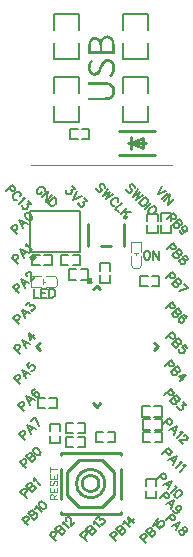
<source format=gto>
G04 Layer: TopSilkLayer*
G04 EasyEDA v6.3.22, 2020-01-01T23:03:08+09:00*
G04 2a2561d260e348c1961537ac3ee8d2e6,67344a67363949849f01d11c0c7cf016,10*
G04 Gerber Generator version 0.2*
G04 Scale: 100 percent, Rotated: No, Reflected: No *
G04 Dimensions in inches *
G04 leading zeros omitted , absolute positions ,2 integer and 4 decimal *
%FSLAX24Y24*%
%MOIN*%
G90*
G70D02*

%ADD10C,0.002000*%
%ADD11C,0.010000*%
%ADD12C,0.006000*%
%ADD32C,0.008000*%
%ADD33C,0.007870*%
%ADD34C,0.003937*%
%ADD35C,0.011811*%
%ADD37C,0.004000*%

%LPD*%
G54D10*
G01X1150Y13109D02*
G01X5850Y13109D01*
G54D12*
G01X3450Y9446D02*
G01X3450Y9196D01*
G01X3790Y9196D01*
G01X3790Y9407D01*
G01X3790Y9446D01*
G01X3790Y9596D02*
G01X3790Y9836D01*
G01X3450Y9836D01*
G01X3450Y9626D01*
G01X3450Y9596D01*
G01X5040Y11107D02*
G01X5040Y10857D01*
G01X5380Y10857D01*
G01X5380Y11067D01*
G01X5380Y11107D01*
G01X5380Y11257D02*
G01X5380Y11496D01*
G01X5040Y11496D01*
G01X5040Y11286D01*
G01X5040Y11257D01*
G01X5130Y4209D02*
G01X4880Y4209D01*
G01X4880Y3869D01*
G01X5090Y3869D01*
G01X5130Y3869D01*
G01X5280Y3869D02*
G01X5519Y3869D01*
G01X5519Y4209D01*
G01X5309Y4209D01*
G01X5280Y4209D01*
G01X5130Y4640D02*
G01X4880Y4640D01*
G01X4880Y4300D01*
G01X5090Y4300D01*
G01X5130Y4300D01*
G01X5280Y4300D02*
G01X5519Y4300D01*
G01X5519Y4640D01*
G01X5309Y4640D01*
G01X5280Y4640D01*
G01X4980Y2259D02*
G01X4980Y2009D01*
G01X5319Y2009D01*
G01X5319Y2219D01*
G01X5319Y2259D01*
G01X5319Y2409D02*
G01X5319Y2650D01*
G01X4980Y2650D01*
G01X4980Y2440D01*
G01X4980Y2409D01*
G01X5126Y5069D02*
G01X4876Y5069D01*
G01X4876Y4730D01*
G01X5086Y4730D01*
G01X5126Y4730D01*
G01X5276Y4730D02*
G01X5517Y4730D01*
G01X5517Y5069D01*
G01X5307Y5069D01*
G01X5276Y5069D01*
G54D32*
G01X1143Y10230D02*
G01X2796Y10230D01*
G01X2796Y11569D01*
G01X1143Y11569D01*
G01X1143Y10230D01*
G54D11*
G01X2146Y3503D02*
G01X4153Y3503D01*
G01X4153Y1496D02*
G01X2146Y1496D01*
G01X2146Y3503D02*
G01X2146Y3457D01*
G01X2146Y2999D02*
G01X2146Y2000D01*
G01X2146Y1542D02*
G01X2146Y1496D01*
G01X4153Y3503D02*
G01X4153Y3457D01*
G01X4153Y2999D02*
G01X4153Y2000D01*
G01X4153Y1542D02*
G01X4153Y1496D01*
G01X2756Y3287D02*
G01X3543Y3287D01*
G01X3543Y3287D01*
G01X3937Y2893D01*
G01X3937Y2106D01*
G01X3543Y1712D01*
G01X2756Y1712D01*
G01X2362Y2106D01*
G01X2362Y2893D01*
G01X2362Y2893D01*
G01X2756Y3287D01*
G54D12*
G01X2714Y14319D02*
G01X2464Y14319D01*
G01X2464Y13980D01*
G01X2674Y13980D01*
G01X2714Y13980D01*
G01X2864Y13980D02*
G01X3104Y13980D01*
G01X3104Y14319D01*
G01X2894Y14319D01*
G01X2864Y14319D01*
G54D11*
G01X4500Y13850D02*
G01X4900Y14009D01*
G01X4900Y14009D02*
G01X4900Y13690D01*
G01X4900Y13690D02*
G01X4500Y13850D01*
G01X4109Y14243D02*
G01X5290Y14243D01*
G01X4109Y13456D02*
G01X5290Y13456D01*
G01X4500Y14050D02*
G01X4500Y13650D01*
G01X4400Y13850D02*
G01X5000Y13850D01*
G54D12*
G01X1776Y5009D02*
G01X2026Y5009D01*
G01X2026Y5350D01*
G01X1815Y5350D01*
G01X1776Y5350D01*
G01X1626Y5350D02*
G01X1386Y5350D01*
G01X1386Y5009D01*
G01X1596Y5009D01*
G01X1626Y5009D01*
G54D33*
G01X2757Y15518D02*
G01X2757Y16038D01*
G01X1942Y16038D01*
G01X1942Y15518D01*
G01X2757Y15072D02*
G01X2757Y14553D01*
G01X1942Y14553D01*
G01X1942Y15072D01*
G01X5057Y17618D02*
G01X5057Y18138D01*
G01X4242Y18138D01*
G01X4242Y17618D01*
G01X5057Y17172D02*
G01X5057Y16653D01*
G01X4242Y16653D01*
G01X4242Y17172D01*
G01X2757Y17618D02*
G01X2757Y18138D01*
G01X1942Y18138D01*
G01X1942Y17618D01*
G01X2757Y17172D02*
G01X2757Y16653D01*
G01X1942Y16653D01*
G01X1942Y17172D01*
G01X5057Y15518D02*
G01X5057Y16038D01*
G01X4242Y16038D01*
G01X4242Y15518D01*
G01X5057Y15072D02*
G01X5057Y14553D01*
G01X4242Y14553D01*
G01X4242Y15072D01*
G54D11*
G01X3049Y10425D02*
G01X3049Y11134D01*
G01X3817Y10425D02*
G01X3502Y10425D01*
G01X4270Y10425D02*
G01X4270Y11134D01*
G54D12*
G01X5050Y9430D02*
G01X4800Y9430D01*
G01X4800Y9090D01*
G01X5009Y9090D01*
G01X5050Y9090D01*
G01X5200Y9090D02*
G01X5440Y9090D01*
G01X5440Y9430D01*
G01X5230Y9430D01*
G01X5200Y9430D01*
G01X2553Y9780D02*
G01X2803Y9780D01*
G01X2803Y10119D01*
G01X2592Y10119D01*
G01X2553Y10119D01*
G01X2403Y10119D02*
G01X2163Y10119D01*
G01X2163Y9780D01*
G01X2373Y9780D01*
G01X2403Y9780D01*
G01X1457Y10119D02*
G01X1207Y10119D01*
G01X1207Y9780D01*
G01X1417Y9780D01*
G01X1457Y9780D01*
G01X1607Y9780D02*
G01X1846Y9780D01*
G01X1846Y10119D01*
G01X1636Y10119D01*
G01X1607Y10119D01*
G54D34*
G01X1511Y9052D02*
G01X1176Y9052D01*
G01X1511Y9407D02*
G01X1176Y9407D01*
G01X1668Y9052D02*
G01X1964Y9052D01*
G01X1668Y9407D02*
G01X1964Y9407D01*
G01X1176Y9052D02*
G01X1176Y9407D01*
G01X2042Y9131D02*
G01X2042Y9328D01*
G01X1964Y9052D02*
G01X1964Y9052D01*
G01X2042Y9131D01*
G01X1964Y9407D02*
G01X2042Y9328D01*
G01X1554Y9151D02*
G01X1554Y9308D01*
G01X1554Y9229D02*
G01X1627Y9229D01*
G01X4482Y10228D02*
G01X4482Y10563D01*
G01X4837Y10228D02*
G01X4837Y10563D01*
G01X4482Y10071D02*
G01X4482Y9775D01*
G01X4837Y10071D02*
G01X4837Y9775D01*
G01X4482Y10563D02*
G01X4837Y10563D01*
G01X4561Y9697D02*
G01X4758Y9697D01*
G01X4482Y9775D02*
G01X4482Y9775D01*
G01X4561Y9697D01*
G01X4837Y9775D02*
G01X4758Y9697D01*
G01X4581Y10185D02*
G01X4738Y10185D01*
G01X4659Y10185D02*
G01X4659Y10112D01*
G54D12*
G01X2823Y9300D02*
G01X3073Y9300D01*
G01X3073Y9640D01*
G01X2863Y9640D01*
G01X2823Y9640D01*
G01X2673Y9640D02*
G01X2432Y9640D01*
G01X2432Y9300D01*
G01X2642Y9300D01*
G01X2673Y9300D01*
G01X5819Y11253D02*
G01X5819Y11503D01*
G01X5480Y11503D01*
G01X5480Y11292D01*
G01X5480Y11253D01*
G01X5480Y11103D02*
G01X5480Y10863D01*
G01X5819Y10863D01*
G01X5819Y11073D01*
G01X5819Y11103D01*
G01X1800Y4100D02*
G01X1800Y3850D01*
G01X2140Y3850D01*
G01X2140Y4059D01*
G01X2140Y4100D01*
G01X2140Y4250D02*
G01X2140Y4490D01*
G01X1800Y4490D01*
G01X1800Y4280D01*
G01X1800Y4250D01*
G01X2569Y4050D02*
G01X2319Y4050D01*
G01X2319Y3709D01*
G01X2530Y3709D01*
G01X2569Y3709D01*
G01X2719Y3709D02*
G01X2959Y3709D01*
G01X2959Y4050D01*
G01X2750Y4050D01*
G01X2719Y4050D01*
G01X2569Y4509D02*
G01X2319Y4509D01*
G01X2319Y4169D01*
G01X2530Y4169D01*
G01X2569Y4169D01*
G01X2719Y4169D02*
G01X2959Y4169D01*
G01X2959Y4509D01*
G01X2750Y4509D01*
G01X2719Y4509D01*
G01X3719Y3880D02*
G01X3969Y3880D01*
G01X3969Y4219D01*
G01X3759Y4219D01*
G01X3719Y4219D01*
G01X3569Y4219D02*
G01X3330Y4219D01*
G01X3330Y3880D01*
G01X3540Y3880D01*
G01X3569Y3880D01*
G54D11*
G01X3241Y8971D02*
G01X3359Y9089D01*
G01X3478Y8971D01*
G01X5261Y7188D02*
G01X5379Y7069D01*
G01X5261Y6951D01*
G01X3241Y5168D02*
G01X3360Y5050D01*
G01X3478Y5168D01*
G01X1458Y6951D02*
G01X1340Y7069D01*
G01X1458Y7188D01*

%LPD*%
G36*
G01X3718Y17434D02*
G01X3692Y17434D01*
G01X3663Y17433D01*
G01X3636Y17428D01*
G01X3612Y17421D01*
G01X3589Y17411D01*
G01X3568Y17398D01*
G01X3550Y17384D01*
G01X3533Y17366D01*
G01X3519Y17347D01*
G01X3506Y17326D01*
G01X3496Y17303D01*
G01X3488Y17278D01*
G01X3482Y17252D01*
G01X3476Y17252D01*
G01X3469Y17272D01*
G01X3459Y17290D01*
G01X3448Y17307D01*
G01X3434Y17323D01*
G01X3420Y17336D01*
G01X3404Y17348D01*
G01X3386Y17359D01*
G01X3368Y17367D01*
G01X3349Y17374D01*
G01X3328Y17379D01*
G01X3307Y17382D01*
G01X3263Y17382D01*
G01X3242Y17379D01*
G01X3223Y17375D01*
G01X3205Y17369D01*
G01X3188Y17361D01*
G01X3172Y17352D01*
G01X3158Y17341D01*
G01X3144Y17328D01*
G01X3132Y17315D01*
G01X3121Y17300D01*
G01X3112Y17283D01*
G01X3103Y17265D01*
G01X3096Y17246D01*
G01X3089Y17226D01*
G01X3084Y17205D01*
G01X3079Y17182D01*
G01X3076Y17159D01*
G01X3073Y17134D01*
G01X3072Y17109D01*
G01X3071Y17082D01*
G01X3071Y16828D01*
G01X3950Y16828D01*
G01X3950Y17102D01*
G01X3949Y17130D01*
G01X3947Y17159D01*
G01X3944Y17186D01*
G01X3939Y17212D01*
G01X3934Y17237D01*
G01X3918Y17283D01*
G01X3909Y17304D01*
G01X3898Y17323D01*
G01X3886Y17342D01*
G01X3872Y17359D01*
G01X3857Y17374D01*
G01X3841Y17388D01*
G01X3824Y17400D01*
G01X3805Y17410D01*
G01X3785Y17419D01*
G01X3764Y17426D01*
G01X3742Y17430D01*
G01X3718Y17434D01*
G37*

%LPC*%
G36*
G01X3320Y17283D02*
G01X3298Y17284D01*
G01X3272Y17283D01*
G01X3249Y17278D01*
G01X3229Y17271D01*
G01X3211Y17260D01*
G01X3196Y17247D01*
G01X3184Y17230D01*
G01X3173Y17211D01*
G01X3165Y17188D01*
G01X3158Y17163D01*
G01X3154Y17134D01*
G01X3151Y17103D01*
G01X3151Y16928D01*
G01X3448Y16928D01*
G01X3448Y17063D01*
G01X3446Y17100D01*
G01X3443Y17134D01*
G01X3437Y17164D01*
G01X3429Y17190D01*
G01X3419Y17213D01*
G01X3407Y17233D01*
G01X3394Y17249D01*
G01X3378Y17262D01*
G01X3360Y17272D01*
G01X3341Y17279D01*
G01X3320Y17283D01*
G37*
G36*
G01X3712Y17336D02*
G01X3690Y17338D01*
G01X3669Y17336D01*
G01X3650Y17333D01*
G01X3632Y17328D01*
G01X3616Y17321D01*
G01X3601Y17311D01*
G01X3588Y17300D01*
G01X3576Y17287D01*
G01X3565Y17272D01*
G01X3555Y17255D01*
G01X3547Y17236D01*
G01X3540Y17215D01*
G01X3534Y17193D01*
G01X3530Y17169D01*
G01X3527Y17143D01*
G01X3525Y17115D01*
G01X3525Y16928D01*
G01X3871Y16928D01*
G01X3871Y17086D01*
G01X3870Y17115D01*
G01X3868Y17142D01*
G01X3865Y17167D01*
G01X3860Y17192D01*
G01X3853Y17214D01*
G01X3846Y17234D01*
G01X3837Y17253D01*
G01X3826Y17271D01*
G01X3815Y17286D01*
G01X3801Y17299D01*
G01X3786Y17311D01*
G01X3770Y17320D01*
G01X3752Y17328D01*
G01X3733Y17333D01*
G01X3712Y17336D01*
G37*

%LPD*%
G36*
G01X3740Y16653D02*
G01X3719Y16653D01*
G01X3688Y16652D01*
G01X3660Y16647D01*
G01X3634Y16639D01*
G01X3610Y16628D01*
G01X3589Y16615D01*
G01X3569Y16600D01*
G01X3552Y16582D01*
G01X3536Y16563D01*
G01X3521Y16542D01*
G01X3507Y16519D01*
G01X3495Y16495D01*
G01X3484Y16471D01*
G01X3430Y16344D01*
G01X3419Y16318D01*
G01X3407Y16292D01*
G01X3393Y16268D01*
G01X3377Y16245D01*
G01X3358Y16226D01*
G01X3335Y16211D01*
G01X3309Y16201D01*
G01X3278Y16198D01*
G01X3257Y16199D01*
G01X3239Y16203D01*
G01X3221Y16210D01*
G01X3206Y16219D01*
G01X3192Y16230D01*
G01X3179Y16244D01*
G01X3169Y16260D01*
G01X3160Y16278D01*
G01X3153Y16298D01*
G01X3148Y16319D01*
G01X3144Y16343D01*
G01X3144Y16367D01*
G01X3145Y16398D01*
G01X3149Y16427D01*
G01X3156Y16455D01*
G01X3166Y16480D01*
G01X3178Y16505D01*
G01X3192Y16528D01*
G01X3209Y16550D01*
G01X3228Y16571D01*
G01X3163Y16623D01*
G01X3148Y16608D01*
G01X3133Y16591D01*
G01X3120Y16573D01*
G01X3107Y16554D01*
G01X3096Y16534D01*
G01X3086Y16513D01*
G01X3077Y16491D01*
G01X3069Y16468D01*
G01X3063Y16444D01*
G01X3059Y16419D01*
G01X3057Y16394D01*
G01X3055Y16367D01*
G01X3057Y16339D01*
G01X3060Y16311D01*
G01X3065Y16284D01*
G01X3073Y16259D01*
G01X3082Y16236D01*
G01X3093Y16213D01*
G01X3106Y16192D01*
G01X3120Y16173D01*
G01X3136Y16156D01*
G01X3153Y16141D01*
G01X3173Y16128D01*
G01X3193Y16117D01*
G01X3214Y16108D01*
G01X3236Y16102D01*
G01X3260Y16098D01*
G01X3284Y16096D01*
G01X3315Y16098D01*
G01X3344Y16104D01*
G01X3369Y16113D01*
G01X3392Y16125D01*
G01X3413Y16139D01*
G01X3432Y16155D01*
G01X3448Y16173D01*
G01X3463Y16193D01*
G01X3476Y16213D01*
G01X3488Y16234D01*
G01X3498Y16255D01*
G01X3507Y16276D01*
G01X3565Y16403D01*
G01X3583Y16443D01*
G01X3592Y16461D01*
G01X3602Y16479D01*
G01X3612Y16495D01*
G01X3624Y16509D01*
G01X3636Y16521D01*
G01X3651Y16532D01*
G01X3666Y16541D01*
G01X3684Y16547D01*
G01X3704Y16551D01*
G01X3726Y16553D01*
G01X3748Y16551D01*
G01X3769Y16546D01*
G01X3788Y16539D01*
G01X3806Y16529D01*
G01X3821Y16516D01*
G01X3836Y16501D01*
G01X3848Y16483D01*
G01X3858Y16463D01*
G01X3867Y16440D01*
G01X3873Y16415D01*
G01X3876Y16388D01*
G01X3878Y16359D01*
G01X3877Y16336D01*
G01X3874Y16313D01*
G01X3870Y16290D01*
G01X3864Y16268D01*
G01X3856Y16246D01*
G01X3847Y16225D01*
G01X3837Y16204D01*
G01X3825Y16184D01*
G01X3812Y16165D01*
G01X3798Y16147D01*
G01X3782Y16130D01*
G01X3765Y16113D01*
G01X3834Y16053D01*
G01X3849Y16068D01*
G01X3863Y16083D01*
G01X3889Y16115D01*
G01X3900Y16132D01*
G01X3911Y16150D01*
G01X3921Y16168D01*
G01X3930Y16187D01*
G01X3938Y16207D01*
G01X3945Y16226D01*
G01X3951Y16247D01*
G01X3956Y16268D01*
G01X3960Y16290D01*
G01X3963Y16312D01*
G01X3965Y16334D01*
G01X3965Y16384D01*
G01X3962Y16410D01*
G01X3959Y16435D01*
G01X3953Y16458D01*
G01X3946Y16480D01*
G01X3938Y16502D01*
G01X3929Y16522D01*
G01X3919Y16540D01*
G01X3907Y16558D01*
G01X3894Y16574D01*
G01X3866Y16602D01*
G01X3834Y16624D01*
G01X3816Y16633D01*
G01X3798Y16640D01*
G01X3779Y16646D01*
G01X3760Y16650D01*
G01X3740Y16653D01*
G37*

%LPD*%
G36*
G01X3594Y15890D02*
G01X3071Y15890D01*
G01X3071Y15796D01*
G01X3594Y15796D01*
G01X3626Y15795D01*
G01X3655Y15793D01*
G01X3682Y15789D01*
G01X3707Y15784D01*
G01X3730Y15778D01*
G01X3751Y15771D01*
G01X3770Y15763D01*
G01X3788Y15753D01*
G01X3803Y15743D01*
G01X3817Y15732D01*
G01X3829Y15719D01*
G01X3840Y15707D01*
G01X3849Y15693D01*
G01X3857Y15678D01*
G01X3864Y15663D01*
G01X3869Y15647D01*
G01X3873Y15631D01*
G01X3876Y15614D01*
G01X3878Y15580D01*
G01X3877Y15558D01*
G01X3874Y15537D01*
G01X3870Y15517D01*
G01X3864Y15497D01*
G01X3855Y15478D01*
G01X3845Y15461D01*
G01X3832Y15445D01*
G01X3817Y15430D01*
G01X3799Y15416D01*
G01X3779Y15404D01*
G01X3756Y15393D01*
G01X3730Y15384D01*
G01X3701Y15377D01*
G01X3669Y15372D01*
G01X3633Y15369D01*
G01X3594Y15367D01*
G01X3071Y15367D01*
G01X3071Y15269D01*
G01X3628Y15269D01*
G01X3659Y15271D01*
G01X3690Y15275D01*
G01X3718Y15280D01*
G01X3744Y15286D01*
G01X3769Y15293D01*
G01X3792Y15301D01*
G01X3814Y15311D01*
G01X3834Y15321D01*
G01X3852Y15333D01*
G01X3869Y15346D01*
G01X3884Y15359D01*
G01X3898Y15373D01*
G01X3910Y15389D01*
G01X3921Y15405D01*
G01X3931Y15422D01*
G01X3940Y15440D01*
G01X3947Y15458D01*
G01X3953Y15477D01*
G01X3957Y15496D01*
G01X3961Y15517D01*
G01X3963Y15537D01*
G01X3965Y15558D01*
G01X3965Y15601D01*
G01X3963Y15622D01*
G01X3961Y15642D01*
G01X3953Y15682D01*
G01X3947Y15701D01*
G01X3940Y15719D01*
G01X3931Y15736D01*
G01X3921Y15753D01*
G01X3910Y15769D01*
G01X3898Y15784D01*
G01X3884Y15799D01*
G01X3869Y15813D01*
G01X3852Y15825D01*
G01X3834Y15837D01*
G01X3814Y15847D01*
G01X3792Y15857D01*
G01X3769Y15865D01*
G01X3744Y15873D01*
G01X3718Y15878D01*
G01X3690Y15883D01*
G01X3659Y15887D01*
G01X3628Y15889D01*
G01X3594Y15890D01*
G37*

%LPD*%
G54D12*
G01X494Y11016D02*
G01X697Y10813D01*
G01X494Y11016D02*
G01X580Y11102D01*
G01X619Y11121D01*
G01X639Y11121D01*
G01X668Y11112D01*
G01X697Y11083D01*
G01X706Y11054D01*
G01X706Y11034D01*
G01X686Y10996D01*
G01X600Y10910D01*
G01X770Y11291D02*
G01X895Y11011D01*
G01X770Y11291D02*
G01X1050Y11166D01*
G01X857Y11108D02*
G01X953Y11204D01*
G01X968Y11490D02*
G01X949Y11451D01*
G01X958Y11402D01*
G01X997Y11345D01*
G01X1026Y11316D01*
G01X1084Y11277D01*
G01X1132Y11268D01*
G01X1171Y11287D01*
G01X1190Y11306D01*
G01X1209Y11345D01*
G01X1200Y11393D01*
G01X1161Y11451D01*
G01X1132Y11480D01*
G01X1074Y11518D01*
G01X1026Y11528D01*
G01X987Y11509D01*
G01X968Y11490D01*
G01X524Y10025D02*
G01X727Y9822D01*
G01X524Y10025D02*
G01X611Y10112D01*
G01X649Y10131D01*
G01X668Y10131D01*
G01X698Y10121D01*
G01X727Y10092D01*
G01X736Y10063D01*
G01X736Y10044D01*
G01X717Y10006D01*
G01X630Y9919D01*
G01X799Y10301D02*
G01X925Y10021D01*
G01X799Y10301D02*
G01X1079Y10175D01*
G01X886Y10118D02*
G01X983Y10214D01*
G01X979Y10403D02*
G01X988Y10432D01*
G01X988Y10490D01*
G01X1191Y10287D01*
G01X549Y9037D02*
G01X752Y8834D01*
G01X549Y9037D02*
G01X636Y9124D01*
G01X675Y9143D01*
G01X694Y9142D01*
G01X723Y9133D01*
G01X752Y9104D01*
G01X762Y9075D01*
G01X762Y9056D01*
G01X743Y9018D01*
G01X656Y8931D01*
G01X825Y9313D02*
G01X951Y9033D01*
G01X825Y9313D02*
G01X1105Y9187D01*
G01X912Y9129D02*
G01X1008Y9226D01*
G01X1025Y9414D02*
G01X1015Y9424D01*
G01X1005Y9453D01*
G01X1005Y9472D01*
G01X1014Y9501D01*
G01X1053Y9540D01*
G01X1082Y9550D01*
G01X1102Y9550D01*
G01X1130Y9540D01*
G01X1149Y9521D01*
G01X1159Y9492D01*
G01X1168Y9443D01*
G01X1169Y9250D01*
G01X1304Y9385D01*
G01X569Y8018D02*
G01X772Y7816D01*
G01X569Y8018D02*
G01X656Y8105D01*
G01X695Y8125D01*
G01X714Y8124D01*
G01X743Y8115D01*
G01X772Y8086D01*
G01X781Y8057D01*
G01X782Y8038D01*
G01X763Y7999D01*
G01X676Y7912D01*
G01X845Y8294D02*
G01X970Y8014D01*
G01X845Y8294D02*
G01X1125Y8168D01*
G01X932Y8110D02*
G01X1028Y8207D01*
G01X1005Y8453D02*
G01X1111Y8559D01*
G01X1131Y8425D01*
G01X1160Y8454D01*
G01X1188Y8464D01*
G01X1207Y8463D01*
G01X1246Y8444D01*
G01X1265Y8425D01*
G01X1284Y8386D01*
G01X1284Y8348D01*
G01X1265Y8309D01*
G01X1236Y8280D01*
G01X1197Y8261D01*
G01X1179Y8261D01*
G01X1150Y8270D01*
G01X580Y7017D02*
G01X782Y6814D01*
G01X580Y7017D02*
G01X666Y7104D01*
G01X705Y7123D01*
G01X724Y7122D01*
G01X753Y7113D01*
G01X782Y7084D01*
G01X792Y7055D01*
G01X792Y7036D01*
G01X773Y6998D01*
G01X686Y6911D01*
G01X855Y7293D02*
G01X981Y7013D01*
G01X855Y7293D02*
G01X1135Y7167D01*
G01X942Y7109D02*
G01X1038Y7206D01*
G01X1092Y7530D02*
G01X1131Y7298D01*
G01X1276Y7443D01*
G01X1092Y7530D02*
G01X1295Y7327D01*
G01X580Y6007D02*
G01X782Y5804D01*
G01X580Y6007D02*
G01X666Y6094D01*
G01X705Y6113D01*
G01X724Y6112D01*
G01X753Y6103D01*
G01X782Y6074D01*
G01X792Y6045D01*
G01X792Y6026D01*
G01X773Y5988D01*
G01X686Y5901D01*
G01X855Y6283D02*
G01X981Y6003D01*
G01X855Y6283D02*
G01X1135Y6157D01*
G01X942Y6100D02*
G01X1038Y6196D01*
G01X1112Y6540D02*
G01X1015Y6443D01*
G01X1093Y6346D01*
G01X1092Y6366D01*
G01X1112Y6404D01*
G01X1141Y6433D01*
G01X1179Y6453D01*
G01X1218Y6452D01*
G01X1257Y6433D01*
G01X1276Y6414D01*
G01X1295Y6375D01*
G01X1295Y6337D01*
G01X1276Y6298D01*
G01X1247Y6269D01*
G01X1208Y6250D01*
G01X1189Y6250D01*
G01X1160Y6259D01*
G01X730Y5127D02*
G01X932Y4924D01*
G01X730Y5127D02*
G01X816Y5214D01*
G01X855Y5233D01*
G01X874Y5232D01*
G01X903Y5223D01*
G01X932Y5194D01*
G01X942Y5165D01*
G01X942Y5146D01*
G01X923Y5108D01*
G01X836Y5021D01*
G01X1005Y5403D02*
G01X1131Y5123D01*
G01X1005Y5403D02*
G01X1285Y5277D01*
G01X1092Y5219D02*
G01X1188Y5316D01*
G01X1291Y5630D02*
G01X1262Y5640D01*
G01X1223Y5620D01*
G01X1204Y5601D01*
G01X1185Y5562D01*
G01X1195Y5514D01*
G01X1233Y5456D01*
G01X1281Y5408D01*
G01X1330Y5379D01*
G01X1368Y5379D01*
G01X1407Y5398D01*
G01X1417Y5408D01*
G01X1435Y5446D01*
G01X1436Y5485D01*
G01X1416Y5524D01*
G01X1406Y5533D01*
G01X1368Y5553D01*
G01X1329Y5553D01*
G01X1291Y5534D01*
G01X1281Y5524D01*
G01X1262Y5485D01*
G01X1262Y5447D01*
G01X1281Y5408D01*
G01X759Y4158D02*
G01X962Y3955D01*
G01X759Y4158D02*
G01X846Y4245D01*
G01X885Y4264D01*
G01X904Y4263D01*
G01X933Y4254D01*
G01X962Y4225D01*
G01X972Y4196D01*
G01X972Y4177D01*
G01X953Y4139D01*
G01X866Y4052D01*
G01X1035Y4434D02*
G01X1161Y4154D01*
G01X1035Y4434D02*
G01X1315Y4308D01*
G01X1122Y4251D02*
G01X1218Y4347D01*
G01X1311Y4709D02*
G01X1418Y4410D01*
G01X1176Y4574D02*
G01X1311Y4709D01*
G01X790Y3206D02*
G01X992Y3003D01*
G01X790Y3206D02*
G01X876Y3293D01*
G01X915Y3312D01*
G01X934Y3311D01*
G01X963Y3302D01*
G01X992Y3273D01*
G01X1002Y3244D01*
G01X1002Y3225D01*
G01X983Y3187D01*
G01X896Y3100D01*
G01X988Y3405D02*
G01X1191Y3202D01*
G01X988Y3405D02*
G01X1075Y3492D01*
G01X1114Y3511D01*
G01X1133Y3510D01*
G01X1162Y3501D01*
G01X1181Y3482D01*
G01X1190Y3453D01*
G01X1191Y3434D01*
G01X1172Y3395D01*
G01X1085Y3308D02*
G01X1172Y3395D01*
G01X1210Y3415D01*
G01X1229Y3414D01*
G01X1258Y3405D01*
G01X1287Y3376D01*
G01X1296Y3347D01*
G01X1297Y3328D01*
G01X1278Y3289D01*
G01X1191Y3202D01*
G01X1245Y3661D02*
G01X1226Y3622D01*
G01X1235Y3574D01*
G01X1274Y3516D01*
G01X1303Y3487D01*
G01X1360Y3448D01*
G01X1409Y3439D01*
G01X1448Y3458D01*
G01X1467Y3477D01*
G01X1486Y3516D01*
G01X1476Y3564D01*
G01X1438Y3622D01*
G01X1409Y3651D01*
G01X1351Y3690D01*
G01X1303Y3700D01*
G01X1264Y3680D01*
G01X1245Y3661D01*
G01X809Y2224D02*
G01X1012Y2022D01*
G01X809Y2224D02*
G01X896Y2311D01*
G01X935Y2331D01*
G01X954Y2330D01*
G01X983Y2321D01*
G01X1012Y2292D01*
G01X1022Y2262D01*
G01X1022Y2244D01*
G01X1003Y2205D01*
G01X916Y2118D01*
G01X1008Y2423D02*
G01X1210Y2220D01*
G01X1008Y2423D02*
G01X1095Y2510D01*
G01X1133Y2529D01*
G01X1152Y2529D01*
G01X1181Y2520D01*
G01X1201Y2500D01*
G01X1210Y2471D01*
G01X1211Y2452D01*
G01X1191Y2414D01*
G01X1104Y2327D02*
G01X1191Y2414D01*
G01X1230Y2433D01*
G01X1249Y2433D01*
G01X1278Y2423D01*
G01X1307Y2394D01*
G01X1317Y2365D01*
G01X1317Y2346D01*
G01X1297Y2307D01*
G01X1210Y2220D01*
G01X1245Y2583D02*
G01X1255Y2612D01*
G01X1255Y2669D01*
G01X1457Y2467D01*
G01X869Y1304D02*
G01X1072Y1101D01*
G01X869Y1304D02*
G01X956Y1390D01*
G01X995Y1410D01*
G01X1014Y1410D01*
G01X1043Y1400D01*
G01X1072Y1371D01*
G01X1081Y1342D01*
G01X1082Y1323D01*
G01X1063Y1284D01*
G01X976Y1197D01*
G01X1068Y1502D02*
G01X1270Y1300D01*
G01X1068Y1502D02*
G01X1155Y1589D01*
G01X1193Y1609D01*
G01X1212Y1608D01*
G01X1241Y1599D01*
G01X1261Y1580D01*
G01X1270Y1550D01*
G01X1270Y1532D01*
G01X1251Y1493D01*
G01X1164Y1406D02*
G01X1251Y1493D01*
G01X1290Y1512D01*
G01X1309Y1512D01*
G01X1338Y1502D01*
G01X1367Y1474D01*
G01X1376Y1444D01*
G01X1376Y1426D01*
G01X1357Y1387D01*
G01X1270Y1300D01*
G01X1305Y1663D02*
G01X1315Y1691D01*
G01X1315Y1749D01*
G01X1517Y1547D01*
G01X1437Y1871D02*
G01X1417Y1832D01*
G01X1427Y1784D01*
G01X1465Y1726D01*
G01X1494Y1697D01*
G01X1552Y1659D01*
G01X1600Y1649D01*
G01X1639Y1668D01*
G01X1658Y1687D01*
G01X1677Y1726D01*
G01X1667Y1774D01*
G01X1629Y1832D01*
G01X1600Y1861D01*
G01X1542Y1900D01*
G01X1494Y1909D01*
G01X1456Y1890D01*
G01X1437Y1871D01*
G01X1779Y784D02*
G01X1982Y581D01*
G01X1779Y784D02*
G01X1866Y870D01*
G01X1905Y890D01*
G01X1924Y890D01*
G01X1953Y880D01*
G01X1982Y851D01*
G01X1992Y822D01*
G01X1992Y803D01*
G01X1973Y764D01*
G01X1886Y677D01*
G01X1978Y982D02*
G01X2180Y780D01*
G01X1978Y982D02*
G01X2065Y1069D01*
G01X2103Y1088D01*
G01X2122Y1088D01*
G01X2152Y1078D01*
G01X2171Y1059D01*
G01X2180Y1030D01*
G01X2180Y1010D01*
G01X2161Y973D01*
G01X2074Y886D02*
G01X2161Y973D01*
G01X2200Y991D01*
G01X2219Y991D01*
G01X2248Y982D01*
G01X2277Y953D01*
G01X2286Y924D01*
G01X2286Y904D01*
G01X2267Y867D01*
G01X2180Y780D01*
G01X2216Y1142D02*
G01X2225Y1171D01*
G01X2225Y1229D01*
G01X2427Y1027D01*
G01X2347Y1254D02*
G01X2337Y1264D01*
G01X2327Y1293D01*
G01X2328Y1312D01*
G01X2337Y1341D01*
G01X2376Y1380D01*
G01X2405Y1389D01*
G01X2424Y1390D01*
G01X2453Y1379D01*
G01X2472Y1360D01*
G01X2482Y1332D01*
G01X2491Y1283D01*
G01X2491Y1090D01*
G01X2626Y1225D01*
G01X2809Y795D02*
G01X3012Y592D01*
G01X2809Y795D02*
G01X2896Y882D01*
G01X2935Y901D01*
G01X2954Y901D01*
G01X2983Y891D01*
G01X3012Y862D01*
G01X3022Y833D01*
G01X3022Y814D01*
G01X3003Y776D01*
G01X2916Y689D01*
G01X3008Y994D02*
G01X3211Y791D01*
G01X3008Y994D02*
G01X3095Y1081D01*
G01X3134Y1100D01*
G01X3153Y1099D01*
G01X3182Y1090D01*
G01X3201Y1071D01*
G01X3211Y1041D01*
G01X3211Y1023D01*
G01X3192Y984D01*
G01X3105Y897D02*
G01X3192Y984D01*
G01X3230Y1004D01*
G01X3249Y1003D01*
G01X3278Y994D01*
G01X3307Y965D01*
G01X3317Y935D01*
G01X3317Y917D01*
G01X3298Y878D01*
G01X3211Y791D01*
G01X3246Y1154D02*
G01X3255Y1183D01*
G01X3255Y1241D01*
G01X3458Y1038D01*
G01X3338Y1323D02*
G01X3444Y1429D01*
G01X3464Y1294D01*
G01X3493Y1323D01*
G01X3522Y1333D01*
G01X3541Y1333D01*
G01X3580Y1314D01*
G01X3599Y1294D01*
G01X3618Y1256D01*
G01X3618Y1217D01*
G01X3599Y1178D01*
G01X3570Y1149D01*
G01X3531Y1130D01*
G01X3512Y1130D01*
G01X3483Y1140D01*
G01X3800Y794D02*
G01X4002Y591D01*
G01X3800Y794D02*
G01X3886Y881D01*
G01X3925Y900D01*
G01X3944Y900D01*
G01X3973Y890D01*
G01X4002Y861D01*
G01X4012Y832D01*
G01X4012Y813D01*
G01X3993Y775D01*
G01X3906Y688D01*
G01X3998Y993D02*
G01X4201Y790D01*
G01X3998Y993D02*
G01X4085Y1080D01*
G01X4123Y1098D01*
G01X4143Y1098D01*
G01X4172Y1089D01*
G01X4191Y1070D01*
G01X4200Y1041D01*
G01X4200Y1021D01*
G01X4182Y983D01*
G01X4095Y896D02*
G01X4182Y983D01*
G01X4220Y1002D01*
G01X4239Y1002D01*
G01X4268Y993D01*
G01X4297Y964D01*
G01X4307Y935D01*
G01X4307Y915D01*
G01X4288Y877D01*
G01X4201Y790D01*
G01X4236Y1153D02*
G01X4245Y1182D01*
G01X4245Y1240D01*
G01X4448Y1037D01*
G01X4405Y1400D02*
G01X4444Y1168D01*
G01X4588Y1313D01*
G01X4405Y1400D02*
G01X4608Y1197D01*
G01X4800Y725D02*
G01X5002Y523D01*
G01X4800Y725D02*
G01X4886Y811D01*
G01X4925Y830D01*
G01X4944Y831D01*
G01X4973Y821D01*
G01X5002Y793D01*
G01X5012Y763D01*
G01X5011Y744D01*
G01X4992Y705D01*
G01X4906Y619D01*
G01X4998Y924D02*
G01X5200Y722D01*
G01X4998Y924D02*
G01X5084Y1010D01*
G01X5123Y1029D01*
G01X5142Y1030D01*
G01X5172Y1020D01*
G01X5191Y1001D01*
G01X5200Y972D01*
G01X5200Y952D01*
G01X5181Y914D01*
G01X5094Y828D02*
G01X5181Y914D01*
G01X5220Y933D01*
G01X5239Y933D01*
G01X5268Y924D01*
G01X5297Y895D01*
G01X5306Y866D01*
G01X5306Y846D01*
G01X5287Y808D01*
G01X5200Y722D01*
G01X5236Y1084D02*
G01X5245Y1113D01*
G01X5245Y1171D01*
G01X5447Y968D01*
G01X5424Y1350D02*
G01X5328Y1253D01*
G01X5405Y1156D01*
G01X5405Y1176D01*
G01X5424Y1215D01*
G01X5453Y1244D01*
G01X5492Y1263D01*
G01X5530Y1263D01*
G01X5569Y1244D01*
G01X5589Y1224D01*
G01X5607Y1186D01*
G01X5608Y1147D01*
G01X5588Y1109D01*
G01X5559Y1080D01*
G01X5521Y1060D01*
G01X5501Y1060D01*
G01X5473Y1070D01*
G01X5852Y1500D02*
G01X5650Y1297D01*
G01X5852Y1500D02*
G01X5939Y1413D01*
G01X5959Y1374D01*
G01X5958Y1355D01*
G01X5949Y1326D01*
G01X5920Y1297D01*
G01X5891Y1287D01*
G01X5872Y1287D01*
G01X5833Y1306D01*
G01X5746Y1393D01*
G01X6128Y1224D02*
G01X5848Y1098D01*
G01X6128Y1224D02*
G01X6002Y944D01*
G01X5945Y1137D02*
G01X6041Y1041D01*
G01X6317Y1035D02*
G01X6278Y1054D01*
G01X6250Y1044D01*
G01X6230Y1024D01*
G01X6220Y996D01*
G01X6231Y967D01*
G01X6259Y919D01*
G01X6278Y880D01*
G01X6278Y842D01*
G01X6269Y813D01*
G01X6240Y784D01*
G01X6211Y775D01*
G01X6192Y774D01*
G01X6153Y793D01*
G01X6114Y832D01*
G01X6095Y871D01*
G01X6096Y890D01*
G01X6105Y919D01*
G01X6134Y948D01*
G01X6163Y957D01*
G01X6201Y957D01*
G01X6240Y938D01*
G01X6288Y910D01*
G01X6317Y899D01*
G01X6345Y909D01*
G01X6365Y929D01*
G01X6375Y957D01*
G01X6356Y996D01*
G01X6317Y1035D01*
G01X5666Y2215D02*
G01X5463Y2012D01*
G01X5666Y2215D02*
G01X5753Y2128D01*
G01X5772Y2090D01*
G01X5771Y2070D01*
G01X5762Y2041D01*
G01X5733Y2012D01*
G01X5704Y2003D01*
G01X5685Y2003D01*
G01X5646Y2022D01*
G01X5559Y2109D01*
G01X5941Y1940D02*
G01X5661Y1814D01*
G01X5941Y1940D02*
G01X5815Y1660D01*
G01X5758Y1853D02*
G01X5854Y1756D01*
G01X6139Y1606D02*
G01X6101Y1586D01*
G01X6062Y1587D01*
G01X6023Y1606D01*
G01X6014Y1615D01*
G01X5995Y1654D01*
G01X5995Y1692D01*
G01X6014Y1731D01*
G01X6024Y1741D01*
G01X6063Y1760D01*
G01X6101Y1760D01*
G01X6140Y1741D01*
G01X6149Y1732D01*
G01X6168Y1693D01*
G01X6169Y1654D01*
G01X6139Y1606D01*
G01X6091Y1558D01*
G01X6034Y1519D01*
G01X5985Y1510D01*
G01X5946Y1529D01*
G01X5927Y1548D01*
G01X5908Y1587D01*
G01X5918Y1615D01*
G01X5572Y2860D02*
G01X5369Y2657D01*
G01X5572Y2860D02*
G01X5659Y2773D01*
G01X5678Y2734D01*
G01X5678Y2715D01*
G01X5669Y2686D01*
G01X5640Y2657D01*
G01X5611Y2647D01*
G01X5592Y2647D01*
G01X5553Y2666D01*
G01X5466Y2753D01*
G01X5848Y2584D02*
G01X5568Y2458D01*
G01X5848Y2584D02*
G01X5722Y2304D01*
G01X5665Y2497D02*
G01X5761Y2401D01*
G01X5950Y2404D02*
G01X5979Y2395D01*
G01X6037Y2395D01*
G01X5834Y2192D01*
G01X6159Y2273D02*
G01X6120Y2292D01*
G01X6072Y2283D01*
G01X6014Y2244D01*
G01X5985Y2215D01*
G01X5946Y2157D01*
G01X5937Y2109D01*
G01X5956Y2070D01*
G01X5975Y2051D01*
G01X6014Y2032D01*
G01X6062Y2042D01*
G01X6120Y2080D01*
G01X6149Y2109D01*
G01X6187Y2167D01*
G01X6197Y2215D01*
G01X6178Y2254D01*
G01X6159Y2273D01*
G01X5742Y3680D02*
G01X5539Y3477D01*
G01X5742Y3680D02*
G01X5829Y3593D01*
G01X5848Y3554D01*
G01X5848Y3535D01*
G01X5839Y3506D01*
G01X5810Y3477D01*
G01X5781Y3467D01*
G01X5762Y3467D01*
G01X5723Y3486D01*
G01X5636Y3573D01*
G01X6018Y3404D02*
G01X5738Y3278D01*
G01X6018Y3404D02*
G01X5892Y3124D01*
G01X5835Y3317D02*
G01X5931Y3221D01*
G01X6120Y3224D02*
G01X6149Y3215D01*
G01X6207Y3215D01*
G01X6004Y3012D01*
G01X6232Y3112D02*
G01X6261Y3103D01*
G01X6319Y3103D01*
G01X6116Y2900D01*
G01X5762Y4680D02*
G01X5559Y4477D01*
G01X5762Y4680D02*
G01X5849Y4593D01*
G01X5869Y4554D01*
G01X5868Y4535D01*
G01X5859Y4506D01*
G01X5830Y4477D01*
G01X5801Y4467D01*
G01X5782Y4467D01*
G01X5743Y4486D01*
G01X5656Y4573D01*
G01X6038Y4404D02*
G01X5758Y4278D01*
G01X6038Y4404D02*
G01X5912Y4124D01*
G01X5855Y4317D02*
G01X5951Y4221D01*
G01X6140Y4224D02*
G01X6169Y4215D01*
G01X6227Y4215D01*
G01X6024Y4012D01*
G01X6252Y4093D02*
G01X6262Y4103D01*
G01X6291Y4112D01*
G01X6310Y4112D01*
G01X6339Y4103D01*
G01X6378Y4064D01*
G01X6387Y4035D01*
G01X6387Y4016D01*
G01X6378Y3987D01*
G01X6359Y3967D01*
G01X6330Y3958D01*
G01X6281Y3948D01*
G01X6088Y3948D01*
G01X6223Y3813D01*
G01X5812Y5650D02*
G01X5609Y5447D01*
G01X5812Y5650D02*
G01X5899Y5563D01*
G01X5918Y5524D01*
G01X5918Y5505D01*
G01X5909Y5476D01*
G01X5880Y5447D01*
G01X5851Y5437D01*
G01X5832Y5437D01*
G01X5793Y5456D01*
G01X5706Y5543D01*
G01X6011Y5451D02*
G01X5808Y5248D01*
G01X6011Y5451D02*
G01X6098Y5364D01*
G01X6116Y5326D01*
G01X6116Y5306D01*
G01X6107Y5277D01*
G01X6088Y5258D01*
G01X6059Y5249D01*
G01X6039Y5249D01*
G01X6001Y5267D01*
G01X5914Y5354D02*
G01X6001Y5267D01*
G01X6020Y5229D01*
G01X6020Y5210D01*
G01X6011Y5181D01*
G01X5982Y5152D01*
G01X5953Y5142D01*
G01X5933Y5142D01*
G01X5895Y5161D01*
G01X5808Y5248D01*
G01X6229Y5233D02*
G01X6335Y5127D01*
G01X6200Y5108D01*
G01X6229Y5079D01*
G01X6238Y5050D01*
G01X6238Y5030D01*
G01X6219Y4991D01*
G01X6200Y4972D01*
G01X6161Y4953D01*
G01X6123Y4953D01*
G01X6084Y4972D01*
G01X6055Y5001D01*
G01X6036Y5040D01*
G01X6036Y5060D01*
G01X6046Y5088D01*
G01X5822Y6619D02*
G01X5619Y6417D01*
G01X5822Y6619D02*
G01X5909Y6533D01*
G01X5928Y6494D01*
G01X5928Y6475D01*
G01X5919Y6446D01*
G01X5890Y6417D01*
G01X5861Y6407D01*
G01X5842Y6407D01*
G01X5803Y6426D01*
G01X5716Y6513D01*
G01X6021Y6421D02*
G01X5818Y6218D01*
G01X6021Y6421D02*
G01X6108Y6334D01*
G01X6127Y6295D01*
G01X6126Y6276D01*
G01X6117Y6247D01*
G01X6098Y6228D01*
G01X6069Y6219D01*
G01X6050Y6218D01*
G01X6011Y6237D01*
G01X5924Y6324D02*
G01X6011Y6237D01*
G01X6031Y6199D01*
G01X6030Y6180D01*
G01X6021Y6151D01*
G01X5992Y6122D01*
G01X5963Y6112D01*
G01X5944Y6112D01*
G01X5905Y6131D01*
G01X5818Y6218D01*
G01X6316Y6126D02*
G01X6085Y6087D01*
G01X6229Y5943D01*
G01X6316Y6126D02*
G01X6113Y5923D01*
G01X5862Y7539D02*
G01X5660Y7337D01*
G01X5862Y7539D02*
G01X5949Y7453D01*
G01X5969Y7414D01*
G01X5968Y7395D01*
G01X5959Y7366D01*
G01X5930Y7337D01*
G01X5901Y7327D01*
G01X5882Y7327D01*
G01X5843Y7346D01*
G01X5756Y7433D01*
G01X6061Y7341D02*
G01X5858Y7138D01*
G01X6061Y7341D02*
G01X6148Y7254D01*
G01X6167Y7215D01*
G01X6167Y7196D01*
G01X6157Y7167D01*
G01X6138Y7148D01*
G01X6109Y7139D01*
G01X6090Y7138D01*
G01X6051Y7157D01*
G01X5964Y7244D02*
G01X6051Y7157D01*
G01X6071Y7119D01*
G01X6070Y7100D01*
G01X6061Y7071D01*
G01X6032Y7042D01*
G01X6003Y7032D01*
G01X5984Y7032D01*
G01X5945Y7051D01*
G01X5858Y7138D01*
G01X6375Y7027D02*
G01X6279Y7123D01*
G01X6182Y7046D01*
G01X6202Y7046D01*
G01X6240Y7026D01*
G01X6269Y6997D01*
G01X6289Y6959D01*
G01X6288Y6920D01*
G01X6269Y6881D01*
G01X6250Y6862D01*
G01X6211Y6843D01*
G01X6173Y6843D01*
G01X6134Y6862D01*
G01X6105Y6891D01*
G01X6086Y6930D01*
G01X6086Y6950D01*
G01X6096Y6978D01*
G01X5852Y8550D02*
G01X5650Y8347D01*
G01X5852Y8550D02*
G01X5939Y8463D01*
G01X5959Y8424D01*
G01X5958Y8405D01*
G01X5949Y8376D01*
G01X5920Y8347D01*
G01X5891Y8337D01*
G01X5872Y8337D01*
G01X5833Y8356D01*
G01X5746Y8443D01*
G01X6051Y8351D02*
G01X5848Y8148D01*
G01X6051Y8351D02*
G01X6138Y8264D01*
G01X6157Y8225D01*
G01X6157Y8206D01*
G01X6147Y8177D01*
G01X6128Y8158D01*
G01X6099Y8149D01*
G01X6080Y8148D01*
G01X6041Y8167D01*
G01X5954Y8254D02*
G01X6041Y8167D01*
G01X6061Y8129D01*
G01X6060Y8110D01*
G01X6051Y8081D01*
G01X6022Y8052D01*
G01X5993Y8043D01*
G01X5974Y8042D01*
G01X5935Y8061D01*
G01X5848Y8148D01*
G01X6336Y8008D02*
G01X6346Y8036D01*
G01X6327Y8075D01*
G01X6308Y8094D01*
G01X6269Y8113D01*
G01X6220Y8104D01*
G01X6163Y8065D01*
G01X6115Y8017D01*
G01X6085Y7969D01*
G01X6086Y7930D01*
G01X6105Y7891D01*
G01X6114Y7882D01*
G01X6153Y7863D01*
G01X6191Y7863D01*
G01X6230Y7882D01*
G01X6240Y7892D01*
G01X6259Y7931D01*
G01X6259Y7969D01*
G01X6240Y8008D01*
G01X6231Y8017D01*
G01X6192Y8036D01*
G01X6153Y8037D01*
G01X6115Y8017D01*
G01X5862Y9550D02*
G01X5659Y9347D01*
G01X5862Y9550D02*
G01X5949Y9463D01*
G01X5969Y9424D01*
G01X5968Y9405D01*
G01X5959Y9376D01*
G01X5930Y9347D01*
G01X5901Y9337D01*
G01X5882Y9337D01*
G01X5843Y9356D01*
G01X5756Y9443D01*
G01X6061Y9351D02*
G01X5858Y9148D01*
G01X6061Y9351D02*
G01X6148Y9264D01*
G01X6167Y9226D01*
G01X6167Y9206D01*
G01X6157Y9177D01*
G01X6138Y9158D01*
G01X6109Y9149D01*
G01X6089Y9149D01*
G01X6051Y9167D01*
G01X5964Y9254D02*
G01X6051Y9167D01*
G01X6070Y9129D01*
G01X6070Y9110D01*
G01X6061Y9081D01*
G01X6032Y9052D01*
G01X6003Y9043D01*
G01X5983Y9043D01*
G01X5945Y9061D01*
G01X5858Y9148D01*
G01X6395Y9017D02*
G01X6095Y8911D01*
G01X6260Y9152D02*
G01X6395Y9017D01*
G01X5882Y10519D02*
G01X5680Y10317D01*
G01X5882Y10519D02*
G01X5969Y10433D01*
G01X5989Y10394D01*
G01X5988Y10375D01*
G01X5979Y10346D01*
G01X5950Y10317D01*
G01X5921Y10307D01*
G01X5902Y10307D01*
G01X5863Y10326D01*
G01X5776Y10413D01*
G01X6081Y10321D02*
G01X5878Y10118D01*
G01X6081Y10321D02*
G01X6168Y10234D01*
G01X6187Y10195D01*
G01X6186Y10176D01*
G01X6177Y10147D01*
G01X6158Y10128D01*
G01X6129Y10119D01*
G01X6110Y10118D01*
G01X6071Y10137D01*
G01X5984Y10224D02*
G01X6071Y10137D01*
G01X6091Y10099D01*
G01X6090Y10080D01*
G01X6081Y10051D01*
G01X6052Y10022D01*
G01X6023Y10013D01*
G01X6004Y10012D01*
G01X5965Y10031D01*
G01X5878Y10118D01*
G01X6328Y10074D02*
G01X6289Y10093D01*
G01X6260Y10084D01*
G01X6240Y10064D01*
G01X6231Y10035D01*
G01X6241Y10007D01*
G01X6270Y9958D01*
G01X6289Y9919D01*
G01X6289Y9881D01*
G01X6280Y9852D01*
G01X6251Y9823D01*
G01X6222Y9814D01*
G01X6202Y9814D01*
G01X6164Y9832D01*
G01X6125Y9871D01*
G01X6106Y9910D01*
G01X6106Y9930D01*
G01X6116Y9958D01*
G01X6145Y9987D01*
G01X6173Y9997D01*
G01X6212Y9996D01*
G01X6251Y9977D01*
G01X6299Y9949D01*
G01X6327Y9939D01*
G01X6356Y9948D01*
G01X6376Y9968D01*
G01X6385Y9997D01*
G01X6367Y10035D01*
G01X6328Y10074D01*
G01X5892Y11519D02*
G01X5690Y11317D01*
G01X5892Y11519D02*
G01X5979Y11432D01*
G01X5999Y11394D01*
G01X5998Y11375D01*
G01X5989Y11346D01*
G01X5960Y11317D01*
G01X5931Y11307D01*
G01X5912Y11307D01*
G01X5873Y11326D01*
G01X5786Y11413D01*
G01X6091Y11321D02*
G01X5888Y11118D01*
G01X6091Y11321D02*
G01X6178Y11234D01*
G01X6197Y11195D01*
G01X6196Y11176D01*
G01X6187Y11147D01*
G01X6168Y11128D01*
G01X6139Y11119D01*
G01X6120Y11118D01*
G01X6081Y11137D01*
G01X5994Y11224D02*
G01X6081Y11137D01*
G01X6101Y11099D01*
G01X6100Y11080D01*
G01X6091Y11051D01*
G01X6062Y11022D01*
G01X6033Y11012D01*
G01X6014Y11012D01*
G01X5975Y11031D01*
G01X5888Y11118D01*
G01X6347Y10929D02*
G01X6308Y10910D01*
G01X6270Y10910D01*
G01X6231Y10929D01*
G01X6222Y10938D01*
G01X6203Y10977D01*
G01X6202Y11016D01*
G01X6222Y11054D01*
G01X6232Y11064D01*
G01X6270Y11084D01*
G01X6309Y11083D01*
G01X6348Y11064D01*
G01X6357Y11055D01*
G01X6376Y11016D01*
G01X6376Y10978D01*
G01X6347Y10929D01*
G01X6299Y10881D01*
G01X6241Y10843D01*
G01X6193Y10833D01*
G01X6154Y10852D01*
G01X6135Y10871D01*
G01X6116Y10910D01*
G01X6125Y10939D01*
G01X2515Y12426D02*
G01X2621Y12320D01*
G01X2485Y12300D01*
G01X2514Y12271D01*
G01X2524Y12243D01*
G01X2524Y12223D01*
G01X2505Y12184D01*
G01X2486Y12165D01*
G01X2447Y12146D01*
G01X2409Y12146D01*
G01X2370Y12165D01*
G01X2341Y12194D01*
G01X2322Y12233D01*
G01X2321Y12252D01*
G01X2332Y12281D01*
G01X2694Y12247D02*
G01X2569Y11967D01*
G01X2849Y12092D02*
G01X2569Y11967D01*
G01X2931Y12010D02*
G01X3037Y11904D01*
G01X2902Y11884D01*
G01X2931Y11855D01*
G01X2941Y11827D01*
G01X2941Y11807D01*
G01X2921Y11768D01*
G01X2902Y11749D01*
G01X2863Y11730D01*
G01X2825Y11730D01*
G01X2786Y11749D01*
G01X2757Y11778D01*
G01X2738Y11817D01*
G01X2738Y11836D01*
G01X2748Y11865D01*
G01X3621Y12361D02*
G01X3621Y12400D01*
G01X3602Y12438D01*
G01X3563Y12477D01*
G01X3525Y12496D01*
G01X3486Y12496D01*
G01X3467Y12477D01*
G01X3457Y12448D01*
G01X3457Y12429D01*
G01X3467Y12400D01*
G01X3505Y12322D01*
G01X3515Y12294D01*
G01X3515Y12274D01*
G01X3505Y12246D01*
G01X3476Y12217D01*
G01X3438Y12217D01*
G01X3399Y12236D01*
G01X3361Y12274D01*
G01X3342Y12313D01*
G01X3342Y12351D01*
G01X3713Y12327D02*
G01X3560Y12076D01*
G01X3810Y12230D02*
G01X3560Y12076D01*
G01X3810Y12230D02*
G01X3656Y11980D01*
G01X3906Y12134D02*
G01X3656Y11980D01*
G01X4067Y11877D02*
G01X4076Y11906D01*
G01X4077Y11945D01*
G01X4067Y11973D01*
G01X4028Y12012D01*
G01X4000Y12022D01*
G01X3960Y12022D01*
G01X3932Y12012D01*
G01X3893Y11993D01*
G01X3845Y11945D01*
G01X3826Y11906D01*
G01X3816Y11878D01*
G01X3816Y11839D01*
G01X3826Y11810D01*
G01X3865Y11771D01*
G01X3894Y11762D01*
G01X3932Y11762D01*
G01X3961Y11771D01*
G01X4179Y11861D02*
G01X3976Y11659D01*
G01X3976Y11659D02*
G01X4092Y11544D01*
G01X4357Y11683D02*
G01X4155Y11480D01*
G01X4492Y11547D02*
G01X4222Y11547D01*
G01X4320Y11547D02*
G01X4290Y11345D01*
G01X4621Y12341D02*
G01X4621Y12380D01*
G01X4602Y12419D01*
G01X4564Y12457D01*
G01X4525Y12476D01*
G01X4486Y12476D01*
G01X4467Y12457D01*
G01X4457Y12428D01*
G01X4457Y12409D01*
G01X4467Y12380D01*
G01X4506Y12303D01*
G01X4515Y12274D01*
G01X4515Y12254D01*
G01X4506Y12225D01*
G01X4477Y12196D01*
G01X4438Y12196D01*
G01X4399Y12216D01*
G01X4361Y12254D01*
G01X4341Y12293D01*
G01X4341Y12332D01*
G01X4714Y12307D02*
G01X4559Y12056D01*
G01X4810Y12211D02*
G01X4559Y12056D01*
G01X4810Y12211D02*
G01X4655Y11960D01*
G01X4907Y12114D02*
G01X4655Y11960D01*
G01X4971Y12050D02*
G01X4768Y11847D01*
G01X4971Y12050D02*
G01X5038Y11983D01*
G01X5057Y11944D01*
G01X5057Y11906D01*
G01X5047Y11876D01*
G01X5029Y11838D01*
G01X4980Y11789D01*
G01X4941Y11770D01*
G01X4912Y11761D01*
G01X4874Y11761D01*
G01X4835Y11780D01*
G01X4768Y11847D01*
G01X5170Y11851D02*
G01X4967Y11648D01*
G01X5290Y11730D02*
G01X5261Y11740D01*
G01X5223Y11740D01*
G01X5194Y11730D01*
G01X5156Y11711D01*
G01X5107Y11662D01*
G01X5087Y11624D01*
G01X5078Y11595D01*
G01X5078Y11557D01*
G01X5087Y11528D01*
G01X5126Y11489D01*
G01X5155Y11479D01*
G01X5194Y11479D01*
G01X5223Y11489D01*
G01X5261Y11508D01*
G01X5310Y11557D01*
G01X5329Y11595D01*
G01X5339Y11624D01*
G01X5339Y11663D01*
G01X5329Y11692D01*
G01X5290Y11730D01*
G01X5515Y12415D02*
G01X5390Y12135D01*
G01X5670Y12261D02*
G01X5390Y12135D01*
G01X5733Y12198D02*
G01X5530Y11995D01*
G01X5797Y12134D02*
G01X5594Y11931D01*
G01X5797Y12134D02*
G01X5729Y11796D01*
G01X5932Y11999D02*
G01X5729Y11796D01*
G01X1612Y12252D02*
G01X1621Y12281D01*
G01X1622Y12320D01*
G01X1611Y12349D01*
G01X1573Y12387D01*
G01X1545Y12397D01*
G01X1505Y12397D01*
G01X1477Y12387D01*
G01X1438Y12368D01*
G01X1390Y12320D01*
G01X1371Y12281D01*
G01X1361Y12253D01*
G01X1361Y12213D01*
G01X1371Y12185D01*
G01X1409Y12147D01*
G01X1438Y12136D01*
G01X1477Y12137D01*
G01X1506Y12146D01*
G01X1535Y12175D01*
G01X1486Y12224D02*
G01X1535Y12175D01*
G01X1724Y12236D02*
G01X1521Y12034D01*
G01X1724Y12236D02*
G01X1656Y11900D01*
G01X1858Y12102D02*
G01X1656Y11900D01*
G01X1922Y12038D02*
G01X1719Y11836D01*
G01X1922Y12038D02*
G01X1990Y11971D01*
G01X2009Y11932D01*
G01X2009Y11894D01*
G01X1999Y11865D01*
G01X1980Y11826D01*
G01X1932Y11778D01*
G01X1893Y11758D01*
G01X1864Y11749D01*
G01X1825Y11749D01*
G01X1787Y11768D01*
G01X1719Y11836D01*
G01X515Y12465D02*
G01X312Y12263D01*
G01X515Y12465D02*
G01X602Y12378D01*
G01X621Y12340D01*
G01X621Y12320D01*
G01X612Y12292D01*
G01X583Y12263D01*
G01X554Y12253D01*
G01X534Y12253D01*
G01X496Y12272D01*
G01X409Y12359D01*
G01X810Y12074D02*
G01X820Y12103D01*
G01X820Y12141D01*
G01X810Y12170D01*
G01X771Y12209D01*
G01X743Y12219D01*
G01X705Y12219D01*
G01X675Y12209D01*
G01X636Y12190D01*
G01X588Y12141D01*
G01X569Y12103D01*
G01X560Y12074D01*
G01X560Y12035D01*
G01X569Y12006D01*
G01X608Y11967D01*
G01X637Y11958D01*
G01X675Y11958D01*
G01X704Y11967D01*
G01X884Y12020D02*
G01X913Y12011D01*
G01X970Y12010D01*
G01X768Y11808D01*
G01X1053Y11927D02*
G01X1159Y11821D01*
G01X1024Y11801D01*
G01X1053Y11773D01*
G01X1063Y11744D01*
G01X1063Y11725D01*
G01X1044Y11686D01*
G01X1024Y11667D01*
G01X986Y11648D01*
G01X947Y11648D01*
G01X908Y11667D01*
G01X880Y11696D01*
G01X860Y11735D01*
G01X860Y11753D01*
G01X870Y11783D01*
G01X1250Y8983D02*
G01X1250Y8696D01*
G01X1250Y8696D02*
G01X1413Y8696D01*
G01X1503Y8983D02*
G01X1503Y8696D01*
G01X1503Y8983D02*
G01X1680Y8983D01*
G01X1503Y8846D02*
G01X1613Y8846D01*
G01X1503Y8696D02*
G01X1680Y8696D01*
G01X1771Y8983D02*
G01X1771Y8696D01*
G01X1771Y8983D02*
G01X1865Y8983D01*
G01X1907Y8969D01*
G01X1934Y8942D01*
G01X1948Y8914D01*
G01X1961Y8874D01*
G01X1961Y8805D01*
G01X1948Y8764D01*
G01X1934Y8737D01*
G01X1907Y8710D01*
G01X1865Y8696D01*
G01X1771Y8696D01*
G01X5001Y10253D02*
G01X4975Y10240D01*
G01X4946Y10213D01*
G01X4934Y10184D01*
G01X4919Y10144D01*
G01X4919Y10076D01*
G01X4934Y10034D01*
G01X4946Y10007D01*
G01X4975Y9980D01*
G01X5001Y9967D01*
G01X5055Y9967D01*
G01X5084Y9980D01*
G01X5111Y10007D01*
G01X5125Y10034D01*
G01X5138Y10076D01*
G01X5138Y10144D01*
G01X5125Y10184D01*
G01X5111Y10213D01*
G01X5084Y10240D01*
G01X5055Y10253D01*
G01X5001Y10253D01*
G01X5228Y10253D02*
G01X5228Y9967D01*
G01X5228Y10253D02*
G01X5419Y9967D01*
G01X5419Y10253D02*
G01X5419Y9967D01*
G54D37*
G01X1800Y1976D02*
G01X2038Y1976D01*
G01X1800Y1976D02*
G01X1800Y2078D01*
G01X1811Y2113D01*
G01X1821Y2125D01*
G01X1844Y2136D01*
G01X1867Y2136D01*
G01X1890Y2125D01*
G01X1901Y2113D01*
G01X1913Y2078D01*
G01X1913Y1976D01*
G01X1913Y2057D02*
G01X2038Y2136D01*
G01X1800Y2211D02*
G01X2038Y2211D01*
G01X1800Y2211D02*
G01X1800Y2359D01*
G01X1913Y2211D02*
G01X1913Y2301D01*
G01X2038Y2211D02*
G01X2038Y2359D01*
G01X1834Y2592D02*
G01X1811Y2569D01*
G01X1800Y2536D01*
G01X1800Y2490D01*
G01X1811Y2457D01*
G01X1834Y2434D01*
G01X1855Y2434D01*
G01X1878Y2444D01*
G01X1890Y2457D01*
G01X1901Y2478D01*
G01X1925Y2546D01*
G01X1936Y2569D01*
G01X1946Y2582D01*
G01X1969Y2592D01*
G01X2003Y2592D01*
G01X2026Y2569D01*
G01X2038Y2536D01*
G01X2038Y2490D01*
G01X2026Y2457D01*
G01X2003Y2434D01*
G01X1800Y2667D02*
G01X2038Y2667D01*
G01X1800Y2667D02*
G01X1800Y2815D01*
G01X1913Y2667D02*
G01X1913Y2759D01*
G01X2038Y2667D02*
G01X2038Y2815D01*
G01X1800Y2969D02*
G01X2038Y2969D01*
G01X1800Y2890D02*
G01X1800Y3050D01*
G54D35*
G75*
G01X1222Y10093D02*
G03X1223Y10093I0J-59D01*
G01*
G75*
G01X3159Y9208D02*
G03X3158Y9207I-42J41D01*
G01*
G54D11*
G75*
G01X3622Y2500D02*
G03X3622Y2500I-472J0D01*
G01*
G75*
G01X3428Y2500D02*
G03X3428Y2500I-278J0D01*
G01*
G75*
G01X4360Y11380D02*
G03X4360Y11380I-50J0D01*
G01*
M00*
M02*

</source>
